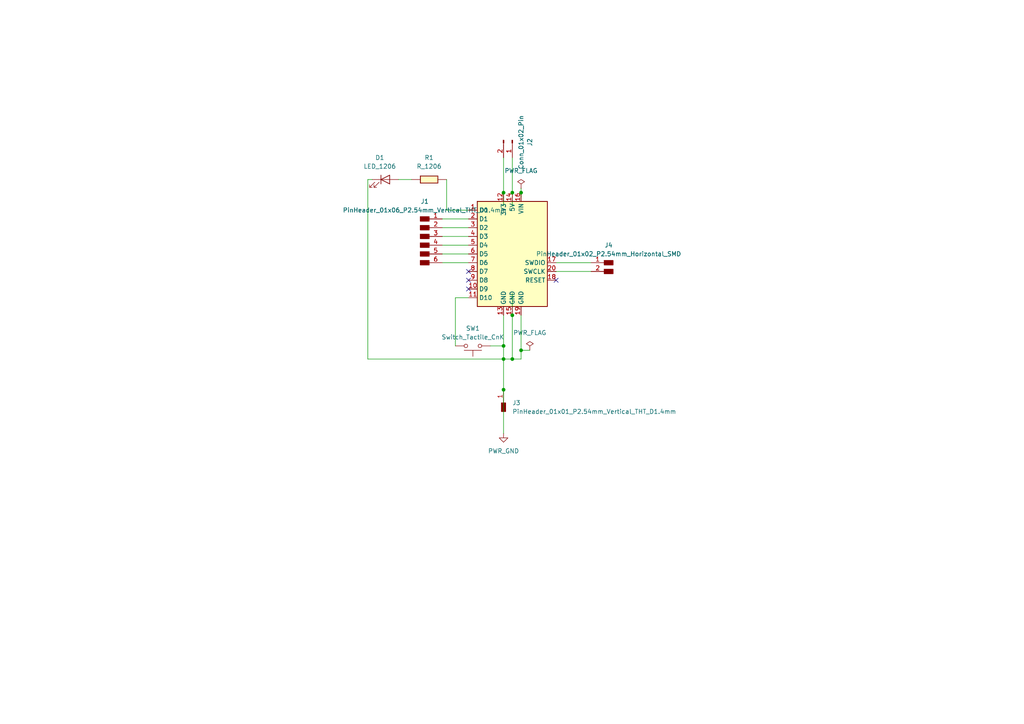
<source format=kicad_sch>
(kicad_sch (version 20250114) (generator "eeschema") (generator_version "9.0")
  (paper "A4")
  (title_block (title "XIAO RP2040 LED Controller") (date "2026-03-01"))
  (lib_symbols
    (symbol "Connector:Conn_01x02_Pin" (pin_names (offset 1.016) (hide yes))
      (property "Reference" "J" (at 0 2.54 0))
      (property "Value" "Conn_01x02_Pin" (at 0 -5.08 0))
      (symbol "Conn_01x02_Pin_1_1"
        (rectangle (start 0.8636 0.127) (end 0 -0.127) (stroke (width 0.1524)) (fill (type outline)))
        (rectangle (start 0.8636 -2.413) (end 0 -2.667) (stroke (width 0.1524)) (fill (type outline)))
        (polyline (pts (xy 1.27 0) (xy 0.8636 0)) (stroke (width 0.1524)))
        (polyline (pts (xy 1.27 -2.54) (xy 0.8636 -2.54)) (stroke (width 0.1524)))
        (pin passive line (at 5.08 0 180) (length 3.81) (name "Pin_1") (number "1"))
        (pin passive line (at 5.08 -2.54 180) (length 3.81) (name "Pin_2") (number "2"))
      )
    )
    (symbol "PCM_fab:LED_1206" (pin_numbers (hide yes)) (pin_names (offset 1.016) (hide yes))
      (property "Reference" "D" (at 0 2.54 0))
      (property "Value" "LED_1206" (at 0 -2.54 0))
      (symbol "LED_1206_0_1"
        (polyline (pts (xy -3.048 -0.762) (xy -4.572 -2.286) (xy -3.81 -2.286) (xy -4.572 -2.286) (xy -4.572 -1.524)))
        (polyline (pts (xy -1.778 -0.762) (xy -3.302 -2.286) (xy -2.54 -2.286) (xy -3.302 -2.286) (xy -3.302 -1.524)))
        (polyline (pts (xy -1.27 0) (xy 1.27 0)))
        (polyline (pts (xy -1.27 -1.27) (xy -1.27 1.27)) (stroke (width 0.2032)))
        (polyline (pts (xy 1.27 -1.27) (xy 1.27 1.27) (xy -1.27 0) (xy 1.27 -1.27)) (stroke (width 0.2032)))
      )
      (symbol "LED_1206_1_1"
        (pin passive line (at -3.81 0 0) (length 2.54) (name "K") (number "1"))
        (pin passive line (at 3.81 0 180) (length 2.54) (name "A") (number "2"))
      )
    )
    (symbol "PCM_fab:Module_XIAO-RP2040"
      (property "Reference" "M" (at -10.16 16.51 0))
      (property "Value" "Module_XIAO-RP2040" (at 3.81 16.51 0))
      (symbol "Module_XIAO-RP2040_1_1"
        (rectangle (start -10.16 15.24) (end 10.16 -15.24) (stroke (width 0.254)) (fill (type background)))
        (pin bidirectional line (at -12.7 12.7 0) (length 2.54) (name "D0") (number "1"))
        (pin bidirectional line (at -12.7 10.16 0) (length 2.54) (name "D1") (number "2"))
        (pin bidirectional line (at -12.7 7.62 0) (length 2.54) (name "D2") (number "3"))
        (pin bidirectional line (at -12.7 5.08 0) (length 2.54) (name "D3") (number "4"))
        (pin bidirectional line (at -12.7 2.54 0) (length 2.54) (name "D4") (number "5"))
        (pin bidirectional line (at -12.7 0 0) (length 2.54) (name "D5") (number "6"))
        (pin bidirectional line (at -12.7 -2.54 0) (length 2.54) (name "D6") (number "7"))
        (pin bidirectional line (at -12.7 -5.08 0) (length 2.54) (name "D7") (number "8"))
        (pin bidirectional line (at -12.7 -7.62 0) (length 2.54) (name "D8") (number "9"))
        (pin bidirectional line (at -12.7 -10.16 0) (length 2.54) (name "D9") (number "10"))
        (pin bidirectional line (at -12.7 -12.7 0) (length 2.54) (name "D10") (number "11"))
        (pin power_in line (at -2.54 17.78 270) (length 2.54) (name "3V3") (number "12"))
        (pin power_in line (at -2.54 -17.78 90) (length 2.54) (name "GND") (number "13"))
        (pin power_in line (at 0 17.78 270) (length 2.54) (name "5V") (number "14"))
        (pin power_in line (at 0 -17.78 90) (length 2.54) (name "GND") (number "15"))
        (pin power_in line (at 2.54 17.78 270) (length 2.54) (name "VIN") (number "16"))
        (pin power_in line (at 2.54 -17.78 90) (length 2.54) (name "GND") (number "19"))
        (pin bidirectional line (at 12.7 -2.54 180) (length 2.54) (name "SWDIO") (number "17"))
        (pin input line (at 12.7 -5.08 180) (length 2.54) (name "SWCLK") (number "20"))
        (pin input line (at 12.7 -7.62 180) (length 2.54) (name "RESET") (number "18"))
      )
    )
    (symbol "PCM_fab:PWR_FLAG" (power) (pin_numbers (hide yes)) (pin_names (offset 0) (hide yes))
      (property "Value" "PWR_FLAG" (at 0 3.81 0))
      (symbol "PWR_FLAG_0_1"
        (polyline (pts (xy 0 0) (xy 0 1.27) (xy -1.016 1.905) (xy 0 2.54) (xy 1.016 1.905) (xy 0 1.27)))
      )
      (symbol "PWR_FLAG_1_0"
        (pin power_out line (at 0 0 90) (length 0) (name "PWR_FLAG") (number "1"))
      )
    )
    (symbol "PCM_fab:PWR_GND" (power) (pin_names (offset 0))
      (property "Value" "PWR_GND" (at 0 -3.81 0))
      (symbol "PWR_GND_0_1"
        (polyline (pts (xy 0 0) (xy 0 -1.27) (xy 1.27 -1.27) (xy 0 -2.54) (xy -1.27 -1.27) (xy 0 -1.27)))
      )
      (symbol "PWR_GND_1_1"
        (pin power_in line (at 0 0 270) (length 0) (hide yes) (name "PWR_GND") (number "1"))
      )
    )
    (symbol "PCM_fab:PinHeader_01x01_P2.54mm_Vertical_THT_D1.4mm" (pin_names (offset 1.016) (hide yes))
      (property "Reference" "J" (at 0 2.54 0))
      (property "Value" "PinHeader_01x01_P2.54mm_Vertical_THT_D1.4mm" (at 0 -2.54 0))
      (symbol "PinHeader_01x01_P2.54mm_Vertical_THT_D1.4mm_1_1"
        (rectangle (start -1.27 0.635) (end 1.27 -0.635) (stroke (width 0.1524)) (fill (type outline)))
        (pin passive line (at 5.08 0 180) (length 3.81) (name "Pin_1") (number "1"))
      )
    )
    (symbol "PCM_fab:PinHeader_01x02_P2.54mm_Horizontal_SMD" (pin_names (hide yes))
      (property "Reference" "J" (at 0 2.54 0))
      (property "Value" "PinHeader_01x02_P2.54mm_Horizontal_SMD" (at 0 -5.08 0))
      (symbol "PinHeader_01x02_P2.54mm_Horizontal_SMD_1_1"
        (rectangle (start -1.27 0.635) (end 1.27 -0.635) (stroke (width 0.254)) (fill (type outline)))
        (rectangle (start -1.27 -1.905) (end 1.27 -3.175) (stroke (width 0.254)) (fill (type outline)))
        (pin passive line (at 5.08 0 180) (length 3.81) (name "Pin_1") (number "1"))
        (pin passive line (at 5.08 -2.54 180) (length 3.81) (name "Pin_2") (number "2"))
      )
    )
    (symbol "PCM_fab:PinHeader_01x06_P2.54mm_Vertical_THT_D1.4mm" (pin_names (hide yes))
      (property "Reference" "J" (at 0 7.62 0))
      (property "Value" "PinHeader_01x06_P2.54mm_Vertical_THT_D1.4mm" (at 0 -10.16 0))
      (symbol "PinHeader_01x06_P2.54mm_Vertical_THT_D1.4mm_1_1"
        (rectangle (start -1.27 5.715) (end 1.27 4.445) (stroke (width 0.254)) (fill (type outline)))
        (rectangle (start -1.27 3.175) (end 1.27 1.905) (stroke (width 0.254)) (fill (type outline)))
        (rectangle (start -1.27 0.635) (end 1.27 -0.635) (stroke (width 0.254)) (fill (type outline)))
        (rectangle (start -1.27 -1.905) (end 1.27 -3.175) (stroke (width 0.254)) (fill (type outline)))
        (rectangle (start -1.27 -4.445) (end 1.27 -5.715) (stroke (width 0.254)) (fill (type outline)))
        (rectangle (start -1.27 -6.985) (end 1.27 -8.255) (stroke (width 0.254)) (fill (type outline)))
        (pin passive line (at 5.08 5.08 180) (length 3.81) (name "Pin_1") (number "1"))
        (pin passive line (at 5.08 2.54 180) (length 3.81) (name "Pin_2") (number "2"))
        (pin passive line (at 5.08 0 180) (length 3.81) (name "Pin_3") (number "3"))
        (pin passive line (at 5.08 -2.54 180) (length 3.81) (name "Pin_4") (number "4"))
        (pin passive line (at 5.08 -5.08 180) (length 3.81) (name "Pin_5") (number "5"))
        (pin passive line (at 5.08 -7.62 180) (length 3.81) (name "Pin_6") (number "6"))
      )
    )
    (symbol "PCM_fab:R_1206" (pin_numbers (hide yes)) (pin_names (offset 0))
      (property "Reference" "R" (at 2.54 0 90))
      (property "Value" "R_1206" (at -2.54 0 90))
      (symbol "R_1206_0_1"
        (rectangle (start -1.016 -2.54) (end 1.016 2.54) (stroke (width 0.254)) (fill (type background)))
      )
      (symbol "R_1206_1_1"
        (pin passive line (at 0 5.08 270) (length 2.54) (name "~") (number "1"))
        (pin passive line (at 0 -5.08 90) (length 2.54) (name "~") (number "2"))
      )
    )
    (symbol "PCM_fab:Switch_Tactile_CnK" (pin_numbers (hide yes)) (pin_names (offset 1.016) (hide yes))
      (property "Reference" "SW" (at 1.27 3.81 0))
      (property "Value" "Switch_Tactile_CnK" (at 0 0 0))
      (symbol "Switch_Tactile_CnK_0_1"
        (circle (center -2.032 0) (radius 0.508))
        (polyline (pts (xy 0 1.27) (xy 0 3.048)))
        (circle (center 2.032 0) (radius 0.508))
        (polyline (pts (xy 2.54 1.27) (xy -2.54 1.27)))
        (pin passive line (at -5.08 0 0) (length 2.54) (name "1") (number "1"))
        (pin passive line (at 5.08 0 180) (length 2.54) (name "2") (number "2"))
      )
    )
  )
  (junction (at 146.05 100.33))
  (junction (at 151.13 55.88))
  (junction (at 151.13 101.6))
  (junction (at 146.05 104.14))
  (junction (at 148.59 55.88))
  (junction (at 146.05 55.88))
  (junction (at 148.59 91.44))
  (junction (at 146.05 113.03))
  (junction (at 148.59 104.14))
  (no_connect (at 161.29 81.28))
  (no_connect (at 135.89 78.74))
  (no_connect (at 135.89 83.82))
  (no_connect (at 135.89 81.28))
  (wire (pts (xy 146.05 91.44) (xy 146.05 100.33)))
  (wire (pts (xy 107.95 52.07) (xy 106.68 52.07)))
  (wire (pts (xy 148.59 45.72) (xy 148.59 55.88)))
  (wire (pts (xy 132.08 86.36) (xy 132.08 100.33)))
  (wire (pts (xy 128.27 66.04) (xy 135.89 66.04)))
  (wire (pts (xy 128.27 76.2) (xy 135.89 76.2)))
  (wire (pts (xy 146.05 45.72) (xy 146.05 55.88)))
  (wire (pts (xy 128.27 68.58) (xy 135.89 68.58)))
  (wire (pts (xy 151.13 101.6) (xy 151.13 104.14)))
  (wire (pts (xy 161.29 76.2) (xy 171.45 76.2)))
  (wire (pts (xy 148.59 59.69) (xy 148.59 55.88)))
  (wire (pts (xy 146.05 59.69) (xy 146.05 55.88)))
  (wire (pts (xy 128.27 73.66) (xy 135.89 73.66)))
  (wire (pts (xy 142.24 100.33) (xy 146.05 100.33)))
  (wire (pts (xy 151.13 55.88) (xy 151.13 57.15)))
  (wire (pts (xy 106.68 104.14) (xy 146.05 104.14)))
  (wire (pts (xy 148.59 91.44) (xy 148.59 104.14)))
  (wire (pts (xy 151.13 54.61) (xy 151.13 55.88)))
  (wire (pts (xy 146.05 104.14) (xy 146.05 113.03)))
  (wire (pts (xy 128.27 71.12) (xy 135.89 71.12)))
  (wire (pts (xy 129.54 52.07) (xy 129.54 60.96)))
  (wire (pts (xy 148.59 104.14) (xy 151.13 104.14)))
  (wire (pts (xy 146.05 104.14) (xy 148.59 104.14)))
  (wire (pts (xy 151.13 101.6) (xy 153.67 101.6)))
  (wire (pts (xy 146.05 100.33) (xy 146.05 104.14)))
  (wire (pts (xy 161.29 78.74) (xy 171.45 78.74)))
  (wire (pts (xy 129.54 60.96) (xy 135.89 60.96)))
  (wire (pts (xy 132.08 86.36) (xy 135.89 86.36)))
  (wire (pts (xy 146.05 113.03) (xy 146.05 125.73)))
  (wire (pts (xy 119.38 52.07) (xy 115.57 52.07)))
  (wire (pts (xy 128.27 63.5) (xy 135.89 63.5)))
  (wire (pts (xy 106.68 52.07) (xy 106.68 104.14)))
  (wire (pts (xy 151.13 91.44) (xy 151.13 101.6)))
  (wire (pts (xy 148.59 85.09) (xy 148.59 91.44)))
  (symbol (lib_id "PCM_fab:R_1206") (at 124.46 52.07 90) (unit 1)
    (property "Reference" "R1" (at 124.46 45.72 90))
    (property "Value" "R_1206" (at 124.46 48.26 90))
    (property "Footprint" "PCM_fab:R_1206" (effects (hide yes)))
    (property "Description" "Resistor" (effects (hide yes)))
  )
  (symbol (lib_id "PCM_fab:PWR_FLAG") (at 153.67 101.6 0) (unit 1)
    (property "Reference" "#FLG01" (effects (hide yes)))
    (property "Value" "PWR_FLAG" (at 153.67 96.52 0))
    (property "Description" "Special symbol for telling ERC where power comes from" (effects (hide yes)))
  )
  (symbol (lib_id "PCM_fab:PinHeader_01x02_P2.54mm_Horizontal_SMD") (at 176.53 76.2 0) (mirror y) (unit 1)
    (property "Reference" "J4" (at 176.53 71.12 0))
    (property "Value" "PinHeader_01x02_P2.54mm_Horizontal_SMD" (at 176.53 73.66 0))
    (property "Footprint" "PCM_fab:PinHeader_01x02_P2.54mm_Horizontal_SMD" (effects (hide yes)))
    (property "Description" "Male connector, single row" (effects (hide yes)))
  )
  (symbol (lib_id "PCM_fab:Switch_Tactile_CnK") (at 137.16 100.33 180) (unit 1)
    (property "Reference" "SW1" (at 137.16 95.25 0))
    (property "Value" "Switch_Tactile_CnK" (at 137.16 97.79 0))
    (property "Footprint" "PCM_fab:Button_CnK_PTS636.0_6x3.5mm" (effects (hide yes)))
    (property "Datasheet" "https://www.ckswitches.com/media/2779/pts636.pdf" (effects (hide yes)))
    (property "Description" "Push button switch, C&K PTS636 SM25F SMTR LFS, Tactile Switch SPST-NO Top Actuated Surface Mount" (effects (hide yes)))
  )
  (symbol (lib_id "PCM_fab:PWR_FLAG") (at 151.13 54.61 0) (unit 1)
    (property "Reference" "#FLG02" (effects (hide yes)))
    (property "Value" "PWR_FLAG" (at 151.13 49.53 0))
    (property "Description" "Special symbol for telling ERC where power comes from" (effects (hide yes)))
  )
  (symbol (lib_id "PCM_fab:PinHeader_01x06_P2.54mm_Vertical_THT_D1.4mm") (at 123.19 68.58 0) (unit 1)
    (property "Reference" "J1" (at 123.19 58.42 0))
    (property "Value" "PinHeader_01x06_P2.54mm_Vertical_THT_D1.4mm" (at 123.19 60.96 0))
    (property "Footprint" "PCM_fab:PinHeader_01x06_P2.54mm_Vertical_THT_D1.4mm" (effects (hide yes)))
    (property "Datasheet" "https://media.digikey.com/PDF/Data%20Sheets/Sullins%20PDFs/xRxCzzzSxxN-RC_ST_11635-B.pdf" (effects (hide yes)))
    (property "Description" "Connector Header Through Hole 6 positions 0.100\" (2.54mm)" (effects (hide yes)))
  )
  (symbol (lib_id "Connector:Conn_01x02_Pin") (at 148.59 40.64 270) (unit 1)
    (property "Reference" "J2" (at 153.67 41.275 0))
    (property "Value" "Conn_01x02_Pin" (at 151.13 41.275 0))
    (property "Footprint" "PCM_fab:PinHeader_01x02_P2.54mm_Horizontal_SMD" (effects (hide yes)))
    (property "Description" "Generic connector, single row, 01x02, script generated" (effects (hide yes)))
  )
  (symbol (lib_id "PCM_fab:LED_1206") (at 111.76 52.07 0) (unit 1)
    (property "Reference" "D1" (at 110.1598 45.72 0))
    (property "Value" "LED_1206" (at 110.1598 48.26 0))
    (property "Footprint" "PCM_fab:LED_1206" (effects (hide yes)))
    (property "Datasheet" "https://optoelectronics.liteon.com/upload/download/DS-22-98-0002/LTST-C150CKT.pdf" (effects (hide yes)))
    (property "Description" "Light emitting diode, Lite-On Inc. LTST, SMD" (effects (hide yes)))
  )
  (symbol (lib_id "PCM_fab:Module_XIAO-RP2040") (at 148.59 73.66 0) (unit 1)
    (property "Reference" "M1" (effects (hide yes)))
    (property "Value" "Module_XIAO-RP2040" (effects (hide yes)))
    (property "Footprint" "PCM_fab:SeeedStudio_XIAO_RP2040" (effects (hide yes)))
    (property "Datasheet" "https://wiki.seeedstudio.com/XIAO-RP2040/" (effects (hide yes)))
    (property "Description" "RP2040 XIAO RP2040 - ARM® Dual-Core Cortex®-M0+ MCU 32-Bit Embedded Evaluation Board" (effects (hide yes)))
  )
  (symbol (lib_id "PCM_fab:PWR_GND") (at 146.05 125.73 0) (unit 1)
    (property "Reference" "#PWR02" (effects (hide yes)))
    (property "Value" "PWR_GND" (at 146.05 130.81 0))
    (property "Description" "Power symbol creates a global label with name \"GND\" , ground" (effects (hide yes)))
  )
  (symbol (lib_id "PCM_fab:PinHeader_01x01_P2.54mm_Vertical_THT_D1.4mm") (at 146.05 118.11 90) (unit 1)
    (property "Reference" "J3" (at 148.59 116.8399 90) (effects (justify right)))
    (property "Value" "PinHeader_01x01_P2.54mm_Vertical_THT_D1.4mm" (at 148.59 119.3799 90) (effects (justify right)))
    (property "Footprint" "PCM_fab:PinHeader_01x01_P2.54mm_Vertical_THT_D1.4mm" (effects (hide yes)))
    (property "Description" "Connector pin header 2.54mm pitch vertical tht" (effects (hide yes)))
  )
)
</source>
